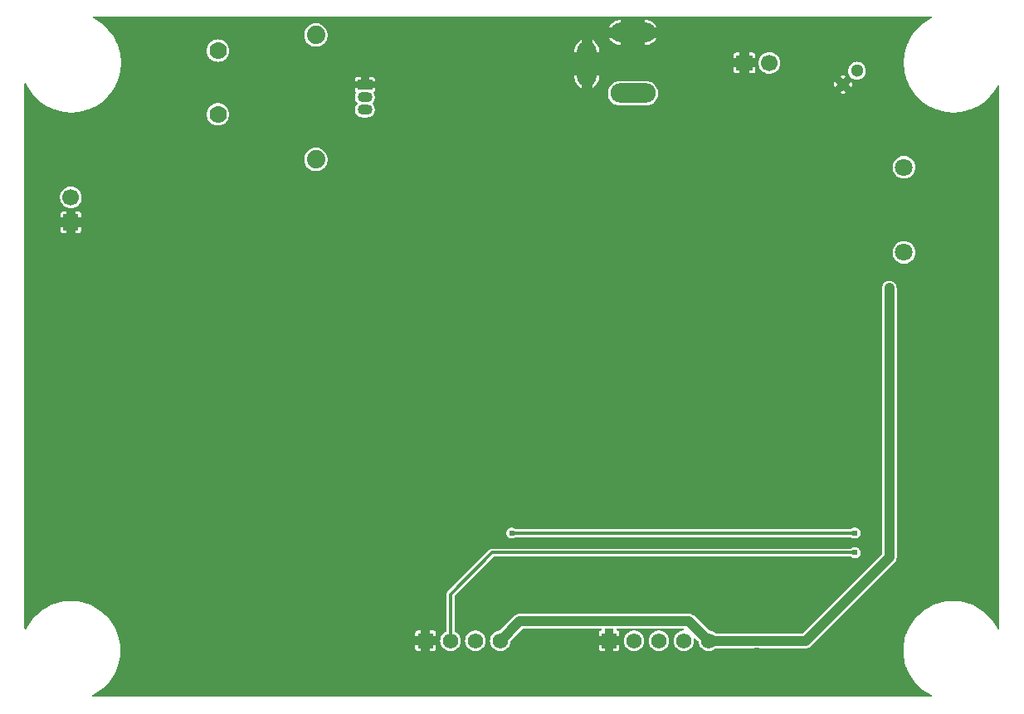
<source format=gtl>
G04 Layer: TopLayer*
G04 EasyEDA v6.5.40, 2024-04-28 19:39:01*
G04 a67cddfb3fce44daa9051d46cbbcc19f,10*
G04 Gerber Generator version 0.2*
G04 Scale: 100 percent, Rotated: No, Reflected: No *
G04 Dimensions in millimeters *
G04 leading zeros omitted , absolute positions ,4 integer and 5 decimal *
%FSLAX45Y45*%
%MOMM*%

%ADD10C,1.0000*%
%ADD11C,0.3000*%
%ADD12C,1.8000*%
%ADD13R,1.5748X1.7000*%
%ADD14C,1.7000*%
%ADD15R,1.5748X1.5748*%
%ADD16C,1.5748*%
%ADD17R,1.5000X1.0700*%
%ADD18O,1.499997X1.0700004*%
%ADD19C,1.8796*%
%ADD20C,1.7780*%
%ADD21C,1.3000*%
%ADD22R,1.7000X1.5748*%
%ADD23O,4.5999908X1.9999959999999999*%
%ADD24O,1.9999959999999999X4.5999908*%
%ADD25C,0.6200*%
%ADD26C,0.6100*%
%ADD27C,0.0103*%

%LPD*%
G36*
X726033Y25908D02*
G01*
X722172Y26670D01*
X718921Y28803D01*
X716686Y32004D01*
X715873Y35864D01*
X716534Y39674D01*
X718616Y43027D01*
X721766Y45313D01*
X725373Y46939D01*
X752805Y61722D01*
X779272Y78130D01*
X804672Y96164D01*
X828954Y115722D01*
X851916Y136702D01*
X873607Y159105D01*
X893826Y182778D01*
X912571Y207670D01*
X929741Y233629D01*
X945286Y260654D01*
X959103Y288544D01*
X971194Y317246D01*
X981506Y346659D01*
X989990Y376631D01*
X996594Y407060D01*
X1001268Y437845D01*
X1004112Y468884D01*
X1004976Y499973D01*
X1004112Y531114D01*
X1001268Y562152D01*
X996594Y592937D01*
X989990Y623366D01*
X981506Y653338D01*
X971194Y682752D01*
X959103Y711454D01*
X945286Y739343D01*
X929741Y766368D01*
X912571Y792327D01*
X893826Y817219D01*
X873607Y840892D01*
X851916Y863295D01*
X828954Y884275D01*
X804672Y903833D01*
X779272Y921867D01*
X752805Y938276D01*
X725373Y953058D01*
X697077Y966063D01*
X668070Y977341D01*
X638403Y986790D01*
X608177Y994410D01*
X577545Y1000150D01*
X546658Y1003960D01*
X515569Y1005890D01*
X484428Y1005890D01*
X453339Y1003960D01*
X422401Y1000150D01*
X391820Y994410D01*
X361594Y986790D01*
X331927Y977341D01*
X302869Y966063D01*
X274624Y953058D01*
X247192Y938276D01*
X220725Y921867D01*
X195275Y903833D01*
X171043Y884275D01*
X148031Y863295D01*
X126390Y840892D01*
X106172Y817219D01*
X87426Y792327D01*
X70256Y766368D01*
X54711Y739343D01*
X45161Y720090D01*
X42316Y716584D01*
X38252Y714705D01*
X33731Y714705D01*
X29718Y716686D01*
X26924Y720242D01*
X25908Y724611D01*
X25908Y6285687D01*
X26670Y6289548D01*
X28854Y6292850D01*
X32156Y6295034D01*
X36017Y6295847D01*
X39928Y6295085D01*
X43230Y6292900D01*
X45872Y6288532D01*
X59740Y6260642D01*
X75234Y6233617D01*
X92405Y6207658D01*
X111150Y6182766D01*
X131419Y6159093D01*
X153060Y6136690D01*
X176072Y6115710D01*
X200304Y6096152D01*
X225704Y6078118D01*
X252171Y6061710D01*
X279603Y6046927D01*
X307898Y6033922D01*
X336956Y6022644D01*
X366623Y6013196D01*
X396798Y6005576D01*
X427431Y5999835D01*
X458317Y5996025D01*
X489407Y5994095D01*
X520547Y5994095D01*
X551637Y5996025D01*
X582574Y5999835D01*
X613206Y6005576D01*
X643382Y6013196D01*
X673049Y6022644D01*
X702106Y6033922D01*
X730402Y6046927D01*
X757834Y6061710D01*
X784301Y6078118D01*
X809701Y6096152D01*
X833932Y6115710D01*
X856945Y6136690D01*
X878586Y6159093D01*
X898855Y6182766D01*
X917549Y6207658D01*
X934719Y6233617D01*
X950264Y6260642D01*
X964133Y6288532D01*
X976223Y6317234D01*
X986485Y6346647D01*
X994968Y6376619D01*
X1001572Y6407048D01*
X1006297Y6437833D01*
X1009091Y6468872D01*
X1010005Y6499961D01*
X1009091Y6531102D01*
X1006297Y6562140D01*
X1001572Y6592925D01*
X994968Y6623354D01*
X986485Y6653326D01*
X976223Y6682740D01*
X964133Y6711442D01*
X950264Y6739331D01*
X934719Y6766356D01*
X917549Y6792315D01*
X898855Y6817207D01*
X878586Y6840880D01*
X856945Y6863283D01*
X833932Y6884263D01*
X809701Y6903821D01*
X784301Y6921855D01*
X757834Y6938264D01*
X730402Y6953046D01*
X726795Y6954672D01*
X723595Y6956958D01*
X721563Y6960311D01*
X720852Y6964121D01*
X721715Y6967981D01*
X723950Y6971182D01*
X727202Y6973316D01*
X731012Y6974078D01*
X9278975Y6974078D01*
X9282785Y6973316D01*
X9286036Y6971182D01*
X9288272Y6967981D01*
X9289084Y6964121D01*
X9288424Y6960311D01*
X9286392Y6956958D01*
X9283192Y6954672D01*
X9279585Y6953046D01*
X9252153Y6938264D01*
X9225686Y6921855D01*
X9200286Y6903821D01*
X9176054Y6884263D01*
X9153042Y6863283D01*
X9131401Y6840880D01*
X9111132Y6817207D01*
X9092387Y6792315D01*
X9075216Y6766356D01*
X9059722Y6739331D01*
X9045854Y6711442D01*
X9033764Y6682740D01*
X9023451Y6653326D01*
X9015018Y6623354D01*
X9008414Y6592925D01*
X9003690Y6562140D01*
X9000896Y6531102D01*
X8999982Y6500012D01*
X9000896Y6468872D01*
X9003690Y6437833D01*
X9008414Y6407048D01*
X9015018Y6376619D01*
X9023451Y6346647D01*
X9033764Y6317234D01*
X9045854Y6288532D01*
X9059722Y6260642D01*
X9075216Y6233617D01*
X9092387Y6207658D01*
X9111132Y6182766D01*
X9131401Y6159093D01*
X9153042Y6136690D01*
X9176054Y6115710D01*
X9200286Y6096152D01*
X9225686Y6078118D01*
X9252153Y6061710D01*
X9279585Y6046927D01*
X9307880Y6033922D01*
X9336938Y6022644D01*
X9366605Y6013196D01*
X9396780Y6005576D01*
X9427413Y5999835D01*
X9458299Y5996025D01*
X9489389Y5994095D01*
X9520529Y5994095D01*
X9551619Y5996025D01*
X9582556Y5999835D01*
X9613188Y6005576D01*
X9643364Y6013196D01*
X9673031Y6022644D01*
X9702088Y6033922D01*
X9730384Y6046927D01*
X9757816Y6061710D01*
X9784283Y6078118D01*
X9809683Y6096152D01*
X9833914Y6115710D01*
X9856927Y6136690D01*
X9878568Y6159093D01*
X9898837Y6182766D01*
X9917531Y6207658D01*
X9934702Y6233617D01*
X9950246Y6260642D01*
X9954818Y6269837D01*
X9957663Y6273292D01*
X9961727Y6275222D01*
X9966248Y6275171D01*
X9970262Y6273241D01*
X9973056Y6269685D01*
X9974072Y6265316D01*
X9974072Y724611D01*
X9973056Y720191D01*
X9970262Y716686D01*
X9966248Y714705D01*
X9961727Y714654D01*
X9957663Y716584D01*
X9954818Y720090D01*
X9945268Y739343D01*
X9929723Y766368D01*
X9912553Y792327D01*
X9893808Y817219D01*
X9873589Y840892D01*
X9851898Y863295D01*
X9828936Y884275D01*
X9804654Y903833D01*
X9779254Y921867D01*
X9752787Y938276D01*
X9725355Y953058D01*
X9697059Y966063D01*
X9668052Y977341D01*
X9638385Y986790D01*
X9608159Y994410D01*
X9577527Y1000150D01*
X9546640Y1003960D01*
X9515551Y1005890D01*
X9484410Y1005890D01*
X9453321Y1003960D01*
X9422384Y1000150D01*
X9391802Y994410D01*
X9361576Y986790D01*
X9331909Y977341D01*
X9302851Y966063D01*
X9274606Y953058D01*
X9247174Y938276D01*
X9220708Y921867D01*
X9195257Y903833D01*
X9171025Y884275D01*
X9148013Y863295D01*
X9126372Y840892D01*
X9106154Y817219D01*
X9087408Y792327D01*
X9070238Y766368D01*
X9054693Y739343D01*
X9040876Y711454D01*
X9028785Y682752D01*
X9018473Y653338D01*
X9009989Y623366D01*
X9003385Y592937D01*
X8998661Y562152D01*
X8995867Y531114D01*
X8995003Y500024D01*
X8995867Y468884D01*
X8998661Y437845D01*
X9003385Y407060D01*
X9009989Y376631D01*
X9018473Y346659D01*
X9028785Y317246D01*
X9040876Y288544D01*
X9054693Y260654D01*
X9070238Y233629D01*
X9087408Y207670D01*
X9106154Y182778D01*
X9126372Y159105D01*
X9148013Y136702D01*
X9171025Y115722D01*
X9195257Y96164D01*
X9220708Y78130D01*
X9247174Y61722D01*
X9274606Y46939D01*
X9278213Y45313D01*
X9281363Y43027D01*
X9283446Y39674D01*
X9284106Y35864D01*
X9283242Y32004D01*
X9281058Y28803D01*
X9277807Y26670D01*
X9273946Y25908D01*
G37*

%LPC*%
G36*
X4040936Y495300D02*
G01*
X4073398Y495300D01*
X4073398Y554228D01*
X4014470Y554228D01*
X4014470Y521766D01*
X4015181Y515467D01*
X4017111Y509981D01*
X4020159Y505104D01*
X4024274Y500989D01*
X4029151Y497941D01*
X4034637Y496011D01*
G37*
G36*
X5913932Y495300D02*
G01*
X5946394Y495300D01*
X5946394Y554228D01*
X5887466Y554228D01*
X5887466Y521766D01*
X5888177Y515467D01*
X5890107Y509981D01*
X5893155Y505104D01*
X5897270Y500989D01*
X5902147Y497941D01*
X5907633Y496011D01*
G37*
G36*
X6037834Y495300D02*
G01*
X6070295Y495300D01*
X6076594Y496011D01*
X6082080Y497941D01*
X6086957Y500989D01*
X6091072Y505104D01*
X6094120Y509981D01*
X6096050Y515467D01*
X6096762Y521766D01*
X6096762Y554228D01*
X6037834Y554228D01*
G37*
G36*
X4164837Y495300D02*
G01*
X4197299Y495300D01*
X4203598Y496011D01*
X4209084Y497941D01*
X4213961Y500989D01*
X4218076Y505104D01*
X4221124Y509981D01*
X4223054Y515467D01*
X4223766Y521766D01*
X4223766Y554228D01*
X4164837Y554228D01*
G37*
G36*
X4627118Y495300D02*
G01*
X4640783Y496214D01*
X4654194Y498906D01*
X4667148Y503275D01*
X4679442Y509320D01*
X4690821Y516940D01*
X4701082Y525983D01*
X4710125Y536244D01*
X4717745Y547624D01*
X4723790Y559917D01*
X4728159Y572871D01*
X4730851Y586282D01*
X4731766Y599948D01*
X4730851Y613613D01*
X4728159Y627024D01*
X4723790Y639978D01*
X4717745Y652272D01*
X4710125Y663651D01*
X4701082Y673912D01*
X4690821Y682955D01*
X4679442Y690575D01*
X4667148Y696620D01*
X4654194Y700989D01*
X4640783Y703681D01*
X4627118Y704596D01*
X4613452Y703681D01*
X4600041Y700989D01*
X4587087Y696620D01*
X4574794Y690575D01*
X4563414Y682955D01*
X4553153Y673912D01*
X4544110Y663651D01*
X4536490Y652272D01*
X4530445Y639978D01*
X4526076Y627024D01*
X4523384Y613613D01*
X4522470Y599948D01*
X4523384Y586282D01*
X4526076Y572871D01*
X4530445Y559917D01*
X4536490Y547624D01*
X4544110Y536244D01*
X4553153Y525983D01*
X4563414Y516940D01*
X4574794Y509320D01*
X4587087Y503275D01*
X4600041Y498906D01*
X4613452Y496214D01*
G37*
G36*
X4373118Y495300D02*
G01*
X4386783Y496214D01*
X4400194Y498906D01*
X4413148Y503275D01*
X4425442Y509320D01*
X4436821Y516940D01*
X4447082Y525983D01*
X4456125Y536244D01*
X4463745Y547624D01*
X4469790Y559917D01*
X4474159Y572871D01*
X4476851Y586282D01*
X4477766Y599948D01*
X4476851Y613613D01*
X4474159Y627024D01*
X4469790Y639978D01*
X4463745Y652272D01*
X4456125Y663651D01*
X4447082Y673912D01*
X4436821Y682955D01*
X4425442Y690575D01*
X4419549Y693470D01*
X4416552Y695706D01*
X4414570Y698855D01*
X4413910Y702564D01*
X4413910Y1051864D01*
X4414672Y1055725D01*
X4416856Y1059027D01*
X4813808Y1455978D01*
X4817110Y1458163D01*
X4821021Y1458976D01*
X8456980Y1458976D01*
X8460587Y1458315D01*
X8463686Y1456436D01*
X8466277Y1454150D01*
X8474506Y1449070D01*
X8483447Y1445514D01*
X8492896Y1443482D01*
X8502548Y1443024D01*
X8512098Y1444294D01*
X8521293Y1447088D01*
X8529929Y1451457D01*
X8537702Y1457198D01*
X8544356Y1464157D01*
X8549741Y1472133D01*
X8553754Y1480921D01*
X8556142Y1490268D01*
X8557006Y1499870D01*
X8556142Y1509471D01*
X8553754Y1518818D01*
X8549741Y1527606D01*
X8544356Y1535582D01*
X8537702Y1542542D01*
X8529929Y1548282D01*
X8521293Y1552651D01*
X8512098Y1555445D01*
X8502548Y1556715D01*
X8492896Y1556258D01*
X8483447Y1554226D01*
X8474506Y1550670D01*
X8466277Y1545590D01*
X8463686Y1543304D01*
X8460587Y1541424D01*
X8456980Y1540764D01*
X4800346Y1540764D01*
X4791913Y1539951D01*
X4784242Y1537614D01*
X4777181Y1533855D01*
X4770577Y1528419D01*
X4344416Y1102258D01*
X4339031Y1095705D01*
X4335221Y1088644D01*
X4332935Y1080973D01*
X4332071Y1072489D01*
X4332071Y702411D01*
X4331411Y698754D01*
X4329430Y695553D01*
X4326432Y693318D01*
X4320794Y690575D01*
X4309414Y682955D01*
X4299153Y673912D01*
X4290110Y663651D01*
X4282490Y652272D01*
X4276445Y639978D01*
X4272076Y627024D01*
X4269384Y613613D01*
X4268470Y599948D01*
X4269384Y586282D01*
X4272076Y572871D01*
X4276445Y559917D01*
X4282490Y547624D01*
X4290110Y536244D01*
X4299153Y525983D01*
X4309414Y516940D01*
X4320794Y509320D01*
X4333087Y503275D01*
X4346041Y498906D01*
X4359452Y496214D01*
G37*
G36*
X4881118Y495300D02*
G01*
X4894783Y496214D01*
X4908194Y498906D01*
X4921148Y503275D01*
X4933442Y509320D01*
X4944821Y516940D01*
X4955082Y525983D01*
X4964125Y536244D01*
X4971745Y547624D01*
X4977790Y559917D01*
X4982159Y572871D01*
X4984851Y586282D01*
X4985308Y593394D01*
X4986223Y596950D01*
X4988255Y599948D01*
X5109565Y721207D01*
X5112867Y723442D01*
X5116728Y724204D01*
X5906973Y724204D01*
X5911189Y723239D01*
X5914694Y720598D01*
X5916726Y716788D01*
X5916980Y712419D01*
X5915355Y708355D01*
X5912205Y705358D01*
X5902147Y701954D01*
X5897270Y698906D01*
X5893155Y694791D01*
X5890107Y689914D01*
X5888177Y684428D01*
X5887466Y678129D01*
X5887466Y645668D01*
X5946394Y645668D01*
X5946394Y714044D01*
X5947156Y717905D01*
X5949391Y721207D01*
X5952642Y723442D01*
X5956554Y724204D01*
X6027674Y724204D01*
X6031585Y723442D01*
X6034836Y721207D01*
X6037072Y717905D01*
X6037834Y714044D01*
X6037834Y645668D01*
X6096762Y645668D01*
X6096762Y678129D01*
X6096050Y684428D01*
X6094120Y689914D01*
X6091072Y694791D01*
X6086957Y698906D01*
X6082080Y701954D01*
X6072022Y705358D01*
X6068872Y708355D01*
X6067247Y712419D01*
X6067501Y716788D01*
X6069533Y720598D01*
X6073038Y723239D01*
X6077254Y724204D01*
X6235090Y724204D01*
X6239408Y723239D01*
X6242913Y720496D01*
X6244894Y716584D01*
X6245047Y712165D01*
X6243320Y708050D01*
X6239967Y705154D01*
X6235750Y703884D01*
X6232448Y703681D01*
X6219037Y700989D01*
X6206083Y696620D01*
X6193790Y690575D01*
X6182410Y682955D01*
X6172149Y673912D01*
X6163106Y663651D01*
X6155486Y652272D01*
X6149441Y639978D01*
X6145072Y627024D01*
X6142380Y613613D01*
X6141466Y599948D01*
X6142380Y586282D01*
X6145072Y572871D01*
X6149441Y559917D01*
X6155486Y547624D01*
X6163106Y536244D01*
X6172149Y525983D01*
X6182410Y516940D01*
X6193790Y509320D01*
X6206083Y503275D01*
X6219037Y498906D01*
X6232448Y496214D01*
X6246114Y495300D01*
X6259779Y496214D01*
X6273190Y498906D01*
X6286144Y503275D01*
X6298438Y509320D01*
X6309817Y516940D01*
X6320078Y525983D01*
X6329121Y536244D01*
X6336741Y547624D01*
X6342786Y559917D01*
X6347155Y572871D01*
X6349847Y586282D01*
X6350762Y599948D01*
X6349847Y613613D01*
X6347155Y627024D01*
X6342786Y639978D01*
X6336741Y652272D01*
X6329121Y663651D01*
X6320078Y673912D01*
X6309817Y682955D01*
X6298438Y690575D01*
X6286144Y696620D01*
X6273190Y700989D01*
X6259779Y703681D01*
X6256477Y703884D01*
X6252260Y705154D01*
X6248908Y708050D01*
X6247180Y712165D01*
X6247333Y716584D01*
X6249314Y720496D01*
X6252819Y723239D01*
X6257137Y724204D01*
X6489090Y724204D01*
X6493408Y723239D01*
X6496913Y720496D01*
X6498894Y716584D01*
X6499047Y712165D01*
X6497320Y708050D01*
X6493967Y705154D01*
X6489750Y703884D01*
X6486448Y703681D01*
X6473037Y700989D01*
X6460083Y696620D01*
X6447790Y690575D01*
X6436410Y682955D01*
X6426149Y673912D01*
X6417106Y663651D01*
X6409486Y652272D01*
X6403441Y639978D01*
X6399072Y627024D01*
X6396380Y613613D01*
X6395466Y599948D01*
X6396380Y586282D01*
X6399072Y572871D01*
X6403441Y559917D01*
X6409486Y547624D01*
X6417106Y536244D01*
X6426149Y525983D01*
X6436410Y516940D01*
X6447790Y509320D01*
X6460083Y503275D01*
X6473037Y498906D01*
X6486448Y496214D01*
X6500114Y495300D01*
X6513779Y496214D01*
X6527190Y498906D01*
X6540144Y503275D01*
X6552438Y509320D01*
X6563817Y516940D01*
X6574078Y525983D01*
X6583121Y536244D01*
X6590741Y547624D01*
X6596786Y559917D01*
X6601155Y572871D01*
X6603847Y586282D01*
X6604762Y599948D01*
X6603847Y613613D01*
X6601155Y627024D01*
X6596786Y639978D01*
X6590741Y652272D01*
X6583121Y663651D01*
X6574078Y673912D01*
X6563817Y682955D01*
X6552438Y690575D01*
X6540144Y696620D01*
X6527190Y700989D01*
X6513779Y703681D01*
X6510477Y703884D01*
X6506260Y705154D01*
X6502907Y708050D01*
X6501180Y712165D01*
X6501333Y716584D01*
X6503314Y720496D01*
X6506819Y723239D01*
X6511137Y724204D01*
X6743090Y724204D01*
X6747408Y723239D01*
X6750913Y720496D01*
X6752894Y716584D01*
X6753047Y712165D01*
X6751320Y708050D01*
X6747967Y705154D01*
X6743750Y703884D01*
X6740448Y703681D01*
X6727037Y700989D01*
X6714083Y696620D01*
X6701790Y690575D01*
X6690410Y682955D01*
X6680149Y673912D01*
X6671106Y663651D01*
X6663486Y652272D01*
X6657441Y639978D01*
X6653072Y627024D01*
X6650380Y613613D01*
X6649466Y599948D01*
X6650380Y586282D01*
X6653072Y572871D01*
X6657441Y559917D01*
X6663486Y547624D01*
X6671106Y536244D01*
X6680149Y525983D01*
X6690410Y516940D01*
X6701790Y509320D01*
X6714083Y503275D01*
X6727037Y498906D01*
X6740448Y496214D01*
X6754114Y495300D01*
X6767779Y496214D01*
X6781190Y498906D01*
X6794144Y503275D01*
X6806438Y509320D01*
X6817817Y516940D01*
X6828078Y525983D01*
X6837121Y536244D01*
X6844741Y547624D01*
X6850786Y559917D01*
X6855155Y572871D01*
X6857847Y586282D01*
X6858762Y599948D01*
X6857847Y613613D01*
X6857136Y617067D01*
X6857238Y621385D01*
X6859066Y625246D01*
X6862318Y628040D01*
X6866432Y629208D01*
X6870700Y628599D01*
X6874306Y626262D01*
X6900976Y599541D01*
X6903059Y596544D01*
X6903923Y593039D01*
X6904380Y586282D01*
X6907072Y572871D01*
X6911441Y559917D01*
X6917486Y547624D01*
X6925106Y536244D01*
X6934149Y525983D01*
X6944410Y516940D01*
X6955790Y509320D01*
X6968083Y503275D01*
X6981037Y498906D01*
X6994448Y496214D01*
X7008114Y495300D01*
X7021779Y496214D01*
X7035190Y498906D01*
X7048144Y503275D01*
X7060438Y509320D01*
X7071817Y516940D01*
X7077100Y521563D01*
X7080199Y523443D01*
X7083806Y524103D01*
X8002676Y524154D01*
X8011515Y524967D01*
X8013953Y525373D01*
X8022590Y527507D01*
X8033105Y531672D01*
X8035290Y532790D01*
X8044942Y538835D01*
X8051800Y544474D01*
X8905494Y1398219D01*
X8911183Y1405077D01*
X8912606Y1407058D01*
X8917178Y1414678D01*
X8918295Y1416913D01*
X8921699Y1425092D01*
X8922461Y1427429D01*
X8924594Y1436065D01*
X8925001Y1438503D01*
X8925915Y1450086D01*
X8925915Y4199636D01*
X8925001Y4211320D01*
X8922512Y4222343D01*
X8918346Y4232910D01*
X8912656Y4242714D01*
X8905595Y4251604D01*
X8897315Y4259326D01*
X8887917Y4265726D01*
X8877706Y4270603D01*
X8866886Y4273956D01*
X8855659Y4275683D01*
X8844330Y4275683D01*
X8833104Y4273956D01*
X8822283Y4270603D01*
X8812022Y4265726D01*
X8802674Y4259326D01*
X8794343Y4251604D01*
X8787282Y4242714D01*
X8781592Y4232910D01*
X8777478Y4222343D01*
X8774938Y4211320D01*
X8774074Y4199636D01*
X8774074Y1485646D01*
X8773312Y1481734D01*
X8771077Y1478483D01*
X7971536Y678891D01*
X7968234Y676706D01*
X7964373Y675894D01*
X7083653Y675894D01*
X7080097Y676554D01*
X7076948Y678434D01*
X7071817Y682955D01*
X7060438Y690575D01*
X7048144Y696620D01*
X7035190Y700989D01*
X7021779Y703681D01*
X7014667Y704138D01*
X7011111Y705053D01*
X7008114Y707085D01*
X6859727Y855624D01*
X6852920Y861263D01*
X6850888Y862685D01*
X6841083Y868426D01*
X6830517Y872591D01*
X6821931Y874725D01*
X6819442Y875131D01*
X6810654Y875944D01*
X5078425Y875944D01*
X5069586Y875131D01*
X5067147Y874725D01*
X5058562Y872591D01*
X5056225Y871829D01*
X5047996Y868426D01*
X5045811Y867308D01*
X5036159Y861263D01*
X5029301Y855624D01*
X4880711Y707085D01*
X4877714Y705002D01*
X4874209Y704138D01*
X4867452Y703681D01*
X4854041Y700989D01*
X4841087Y696620D01*
X4828794Y690575D01*
X4817414Y682955D01*
X4807153Y673912D01*
X4798110Y663651D01*
X4790490Y652272D01*
X4784445Y639978D01*
X4780076Y627024D01*
X4777384Y613613D01*
X4776470Y599948D01*
X4777384Y586282D01*
X4780076Y572871D01*
X4784445Y559917D01*
X4790490Y547624D01*
X4798110Y536244D01*
X4807153Y525983D01*
X4817414Y516940D01*
X4828794Y509320D01*
X4841087Y503275D01*
X4854041Y498906D01*
X4867452Y496214D01*
G37*
G36*
X4164837Y645668D02*
G01*
X4223766Y645668D01*
X4223766Y678129D01*
X4223054Y684428D01*
X4221124Y689914D01*
X4218076Y694791D01*
X4213961Y698906D01*
X4209084Y701954D01*
X4203598Y703884D01*
X4197299Y704596D01*
X4164837Y704596D01*
G37*
G36*
X4014470Y645668D02*
G01*
X4073398Y645668D01*
X4073398Y704596D01*
X4040936Y704596D01*
X4034637Y703884D01*
X4029151Y701954D01*
X4024274Y698906D01*
X4020159Y694791D01*
X4017111Y689914D01*
X4015181Y684428D01*
X4014470Y678129D01*
G37*
G36*
X5002428Y1643176D02*
G01*
X5011978Y1644396D01*
X5021173Y1647240D01*
X5029809Y1651558D01*
X5037277Y1657096D01*
X5040122Y1658569D01*
X5043322Y1659077D01*
X8457031Y1659077D01*
X8460587Y1658416D01*
X8463737Y1656537D01*
X8466277Y1654302D01*
X8474506Y1649222D01*
X8483447Y1645666D01*
X8492896Y1643634D01*
X8502548Y1643176D01*
X8512098Y1644446D01*
X8521293Y1647240D01*
X8529929Y1651609D01*
X8537702Y1657350D01*
X8544356Y1664309D01*
X8549741Y1672285D01*
X8553754Y1681073D01*
X8556142Y1690420D01*
X8557006Y1700022D01*
X8556142Y1709623D01*
X8553754Y1718970D01*
X8549741Y1727758D01*
X8544356Y1735734D01*
X8537702Y1742693D01*
X8529929Y1748434D01*
X8521293Y1752803D01*
X8512098Y1755597D01*
X8502548Y1756867D01*
X8492896Y1756410D01*
X8483447Y1754378D01*
X8474506Y1750822D01*
X8466277Y1745742D01*
X8463686Y1743456D01*
X8460536Y1741576D01*
X8456980Y1740916D01*
X5043322Y1740916D01*
X5040122Y1741424D01*
X5037277Y1742897D01*
X5029809Y1748434D01*
X5021173Y1752752D01*
X5011978Y1755597D01*
X5002428Y1756816D01*
X4992776Y1756410D01*
X4983327Y1754378D01*
X4974386Y1750771D01*
X4966157Y1745742D01*
X4958943Y1739341D01*
X4952847Y1731822D01*
X4948174Y1723440D01*
X4944973Y1714347D01*
X4943348Y1704797D01*
X4943348Y1695196D01*
X4944973Y1685645D01*
X4948174Y1676552D01*
X4952847Y1668170D01*
X4958943Y1660652D01*
X4966157Y1654251D01*
X4974386Y1649222D01*
X4983327Y1645615D01*
X4992776Y1643583D01*
G37*
G36*
X8999982Y4449114D02*
G01*
X9014510Y4450029D01*
X9028785Y4452721D01*
X9042654Y4457242D01*
X9055811Y4463440D01*
X9068104Y4471212D01*
X9079331Y4480509D01*
X9089288Y4491126D01*
X9097822Y4502912D01*
X9104833Y4515662D01*
X9110218Y4529175D01*
X9113824Y4543247D01*
X9115653Y4557725D01*
X9115653Y4572254D01*
X9113824Y4586681D01*
X9110218Y4600803D01*
X9104833Y4614316D01*
X9097822Y4627067D01*
X9089288Y4638852D01*
X9079331Y4649470D01*
X9068104Y4658715D01*
X9055811Y4666538D01*
X9042654Y4672736D01*
X9028785Y4677206D01*
X9014510Y4679950D01*
X8999982Y4680864D01*
X8985453Y4679950D01*
X8971178Y4677206D01*
X8957310Y4672736D01*
X8944152Y4666538D01*
X8931859Y4658715D01*
X8920632Y4649470D01*
X8910675Y4638852D01*
X8902141Y4627067D01*
X8895130Y4614316D01*
X8889746Y4600803D01*
X8886139Y4586681D01*
X8884310Y4572254D01*
X8884310Y4557725D01*
X8886139Y4543247D01*
X8889746Y4529175D01*
X8895130Y4515662D01*
X8902141Y4502912D01*
X8910675Y4491126D01*
X8920632Y4480509D01*
X8931859Y4471212D01*
X8944152Y4463440D01*
X8957310Y4457242D01*
X8971178Y4452721D01*
X8985453Y4450029D01*
G37*
G36*
X421944Y4762093D02*
G01*
X454406Y4762093D01*
X454406Y4824120D01*
X395478Y4824120D01*
X395478Y4788560D01*
X396189Y4782261D01*
X398119Y4776774D01*
X401167Y4771898D01*
X405282Y4767783D01*
X410159Y4764684D01*
X415645Y4762804D01*
G37*
G36*
X545846Y4762093D02*
G01*
X578307Y4762093D01*
X584606Y4762804D01*
X590092Y4764684D01*
X594969Y4767783D01*
X599084Y4771898D01*
X602132Y4776774D01*
X604062Y4782261D01*
X604774Y4788560D01*
X604774Y4824120D01*
X545846Y4824120D01*
G37*
G36*
X545846Y4921859D02*
G01*
X604774Y4921859D01*
X604774Y4957419D01*
X604062Y4963718D01*
X602132Y4969205D01*
X599084Y4974082D01*
X594969Y4978196D01*
X590092Y4981295D01*
X584606Y4983175D01*
X578307Y4983886D01*
X545846Y4983886D01*
G37*
G36*
X395478Y4921859D02*
G01*
X454406Y4921859D01*
X454406Y4983886D01*
X421944Y4983886D01*
X415645Y4983175D01*
X410159Y4981295D01*
X405282Y4978196D01*
X401167Y4974082D01*
X398119Y4969205D01*
X396189Y4963718D01*
X395478Y4957419D01*
G37*
G36*
X493014Y5016347D02*
G01*
X507238Y5016347D01*
X521309Y5018125D01*
X535076Y5021732D01*
X548233Y5027066D01*
X560628Y5034076D01*
X572008Y5042560D01*
X582218Y5052415D01*
X591058Y5063540D01*
X598424Y5075682D01*
X604215Y5088686D01*
X608228Y5102301D01*
X610514Y5116322D01*
X610971Y5130546D01*
X609600Y5144668D01*
X606450Y5158536D01*
X601522Y5171897D01*
X594969Y5184495D01*
X586841Y5196128D01*
X577291Y5206644D01*
X566470Y5215839D01*
X554532Y5223611D01*
X541731Y5229758D01*
X528269Y5234228D01*
X514299Y5236972D01*
X500126Y5237886D01*
X485952Y5236972D01*
X471982Y5234228D01*
X458520Y5229758D01*
X445719Y5223611D01*
X433781Y5215839D01*
X422960Y5206644D01*
X413410Y5196128D01*
X405282Y5184495D01*
X398729Y5171897D01*
X393801Y5158536D01*
X390652Y5144668D01*
X389280Y5130546D01*
X389737Y5116322D01*
X392023Y5102301D01*
X396087Y5088686D01*
X401828Y5075682D01*
X409194Y5063540D01*
X418033Y5052415D01*
X428243Y5042560D01*
X439623Y5034076D01*
X452018Y5027066D01*
X465175Y5021732D01*
X478942Y5018125D01*
G37*
G36*
X8999982Y5319115D02*
G01*
X9014510Y5320030D01*
X9028785Y5322773D01*
X9042654Y5327243D01*
X9055811Y5333441D01*
X9068104Y5341264D01*
X9079331Y5350510D01*
X9089288Y5361127D01*
X9097822Y5372912D01*
X9104833Y5385663D01*
X9110218Y5399176D01*
X9113824Y5413298D01*
X9115653Y5427726D01*
X9115653Y5442254D01*
X9113824Y5456732D01*
X9110218Y5470804D01*
X9104833Y5484317D01*
X9097822Y5497068D01*
X9089288Y5508853D01*
X9079331Y5519470D01*
X9068104Y5528767D01*
X9055811Y5536539D01*
X9042654Y5542737D01*
X9028785Y5547258D01*
X9014510Y5549950D01*
X8999982Y5550865D01*
X8985453Y5549950D01*
X8971178Y5547258D01*
X8957310Y5542737D01*
X8944152Y5536539D01*
X8931859Y5528767D01*
X8920632Y5519470D01*
X8910675Y5508853D01*
X8902141Y5497068D01*
X8895130Y5484317D01*
X8889746Y5470804D01*
X8886139Y5456732D01*
X8884310Y5442254D01*
X8884310Y5427726D01*
X8886139Y5413298D01*
X8889746Y5399176D01*
X8895130Y5385663D01*
X8902141Y5372912D01*
X8910675Y5361127D01*
X8920632Y5350510D01*
X8931859Y5341264D01*
X8944152Y5333441D01*
X8957310Y5327243D01*
X8971178Y5322773D01*
X8985453Y5320030D01*
G37*
G36*
X2992628Y5395366D02*
G01*
X3007360Y5395366D01*
X3022041Y5397144D01*
X3036316Y5400751D01*
X3050082Y5406085D01*
X3063087Y5413095D01*
X3075127Y5421579D01*
X3086049Y5431536D01*
X3095650Y5442762D01*
X3103778Y5455056D01*
X3110382Y5468264D01*
X3115310Y5482183D01*
X3118459Y5496610D01*
X3119831Y5511292D01*
X3119374Y5526024D01*
X3117088Y5540654D01*
X3113024Y5554827D01*
X3107283Y5568442D01*
X3099917Y5581192D01*
X3091027Y5592978D01*
X3080766Y5603595D01*
X3069234Y5612841D01*
X3056686Y5620613D01*
X3043275Y5626760D01*
X3029254Y5631230D01*
X3014726Y5633923D01*
X2999994Y5634837D01*
X2985262Y5633923D01*
X2970733Y5631230D01*
X2956712Y5626760D01*
X2943301Y5620613D01*
X2930753Y5612841D01*
X2919222Y5603595D01*
X2908960Y5592978D01*
X2900070Y5581192D01*
X2892704Y5568442D01*
X2886964Y5554827D01*
X2882900Y5540654D01*
X2880614Y5526024D01*
X2880207Y5511292D01*
X2881528Y5496610D01*
X2884678Y5482183D01*
X2889605Y5468264D01*
X2896209Y5455056D01*
X2904337Y5442762D01*
X2913938Y5431536D01*
X2924860Y5421579D01*
X2936900Y5413095D01*
X2949905Y5406085D01*
X2963672Y5400751D01*
X2977946Y5397144D01*
G37*
G36*
X1999996Y5860084D02*
G01*
X2014372Y5860999D01*
X2028545Y5863691D01*
X2042261Y5868162D01*
X2055317Y5874258D01*
X2067458Y5881979D01*
X2078583Y5891174D01*
X2088438Y5901690D01*
X2096922Y5913374D01*
X2103882Y5925972D01*
X2109165Y5939383D01*
X2112772Y5953353D01*
X2114550Y5967679D01*
X2114550Y5982055D01*
X2112772Y5996381D01*
X2109165Y6010351D01*
X2103882Y6023762D01*
X2096922Y6036360D01*
X2088438Y6048044D01*
X2078583Y6058560D01*
X2067458Y6067755D01*
X2055317Y6075476D01*
X2042261Y6081572D01*
X2028545Y6086043D01*
X2014372Y6088735D01*
X1999996Y6089650D01*
X1985619Y6088735D01*
X1971446Y6086043D01*
X1957730Y6081572D01*
X1944674Y6075476D01*
X1932533Y6067755D01*
X1921408Y6058560D01*
X1911553Y6048044D01*
X1903069Y6036360D01*
X1896110Y6023762D01*
X1890826Y6010351D01*
X1887220Y5996381D01*
X1885442Y5982055D01*
X1885442Y5967679D01*
X1887220Y5953353D01*
X1890826Y5939383D01*
X1896110Y5925972D01*
X1903069Y5913374D01*
X1911553Y5901690D01*
X1921408Y5891174D01*
X1932533Y5881979D01*
X1944674Y5874258D01*
X1957730Y5868162D01*
X1971446Y5863691D01*
X1985619Y5860999D01*
G37*
G36*
X3478885Y5943600D02*
G01*
X3521100Y5943600D01*
X3533343Y5944514D01*
X3544874Y5947156D01*
X3555949Y5951474D01*
X3566210Y5957417D01*
X3575507Y5964783D01*
X3583533Y5973521D01*
X3590239Y5983325D01*
X3595370Y5993993D01*
X3598875Y6005322D01*
X3600653Y6017056D01*
X3600653Y6028944D01*
X3598875Y6040678D01*
X3595370Y6052007D01*
X3590239Y6062675D01*
X3583533Y6072479D01*
X3576980Y6079591D01*
X3574948Y6082792D01*
X3574237Y6086500D01*
X3574948Y6090208D01*
X3576980Y6093409D01*
X3583533Y6100521D01*
X3590239Y6110325D01*
X3595370Y6120993D01*
X3598875Y6132322D01*
X3600653Y6144056D01*
X3600653Y6155944D01*
X3598875Y6167678D01*
X3595370Y6179007D01*
X3588359Y6193485D01*
X3588105Y6196990D01*
X3589020Y6200343D01*
X3591051Y6203188D01*
X3595217Y6207404D01*
X3598265Y6212281D01*
X3600196Y6217767D01*
X3600907Y6224066D01*
X3600907Y6243878D01*
X3543858Y6243878D01*
X3543858Y6238646D01*
X3542995Y6234582D01*
X3540607Y6231229D01*
X3537051Y6229045D01*
X3532936Y6228537D01*
X3521100Y6229400D01*
X3478885Y6229400D01*
X3467049Y6228537D01*
X3462934Y6229045D01*
X3459378Y6231229D01*
X3456990Y6234582D01*
X3456127Y6238646D01*
X3456127Y6243878D01*
X3399078Y6243878D01*
X3399078Y6224066D01*
X3399790Y6217767D01*
X3401720Y6212281D01*
X3404768Y6207404D01*
X3408984Y6203188D01*
X3410965Y6200343D01*
X3411880Y6196990D01*
X3411626Y6193485D01*
X3404615Y6179007D01*
X3401110Y6167678D01*
X3399332Y6155944D01*
X3399332Y6144056D01*
X3401110Y6132322D01*
X3404615Y6120993D01*
X3409746Y6110325D01*
X3416452Y6100521D01*
X3423005Y6093409D01*
X3425037Y6090208D01*
X3425748Y6086500D01*
X3425037Y6082792D01*
X3423005Y6079591D01*
X3416452Y6072479D01*
X3409746Y6062675D01*
X3404615Y6052007D01*
X3401110Y6040678D01*
X3399332Y6028944D01*
X3399332Y6017056D01*
X3401110Y6005322D01*
X3404615Y5993993D01*
X3409746Y5983325D01*
X3416452Y5973521D01*
X3424478Y5964783D01*
X3433775Y5957417D01*
X3444036Y5951474D01*
X3455111Y5947156D01*
X3466642Y5944514D01*
G37*
G36*
X6105296Y6064097D02*
G01*
X6364681Y6064097D01*
X6380175Y6065012D01*
X6395110Y6067755D01*
X6409639Y6072276D01*
X6423507Y6078524D01*
X6436512Y6086398D01*
X6448450Y6095796D01*
X6459220Y6106515D01*
X6468618Y6118504D01*
X6476441Y6131509D01*
X6482689Y6145377D01*
X6487210Y6159855D01*
X6489954Y6174841D01*
X6490868Y6189980D01*
X6489954Y6205169D01*
X6487210Y6220155D01*
X6482689Y6234633D01*
X6476441Y6248501D01*
X6468618Y6261506D01*
X6459220Y6273495D01*
X6448450Y6284214D01*
X6436512Y6293612D01*
X6423507Y6301486D01*
X6409639Y6307734D01*
X6395110Y6312255D01*
X6380175Y6314998D01*
X6364681Y6315913D01*
X6105296Y6315913D01*
X6089802Y6314998D01*
X6074867Y6312255D01*
X6060338Y6307734D01*
X6046470Y6301486D01*
X6033465Y6293612D01*
X6021527Y6284214D01*
X6010757Y6273495D01*
X6001359Y6261506D01*
X5993536Y6248501D01*
X5987288Y6234633D01*
X5982766Y6220155D01*
X5980023Y6205169D01*
X5979109Y6189980D01*
X5980023Y6174841D01*
X5982766Y6159855D01*
X5987288Y6145377D01*
X5993536Y6131509D01*
X6001359Y6118504D01*
X6010757Y6106515D01*
X6021527Y6095796D01*
X6033465Y6086398D01*
X6046470Y6078524D01*
X6060338Y6072276D01*
X6074867Y6067755D01*
X6089802Y6065012D01*
G37*
G36*
X8384031Y6188506D02*
G01*
X8396630Y6190081D01*
X8408873Y6193332D01*
X8409838Y6193790D01*
X8379256Y6224320D01*
X8348725Y6193790D01*
X8358835Y6190742D01*
X8371331Y6188760D01*
G37*
G36*
X5708650Y6247536D02*
G01*
X5708650Y6368643D01*
X5639054Y6368643D01*
X5639054Y6360261D01*
X5640019Y6344818D01*
X5642762Y6329832D01*
X5647283Y6315303D01*
X5653481Y6301486D01*
X5661355Y6288481D01*
X5670753Y6276492D01*
X5681472Y6265722D01*
X5693460Y6256375D01*
X5706465Y6248501D01*
G37*
G36*
X5821324Y6247536D02*
G01*
X5823458Y6248501D01*
X5836462Y6256375D01*
X5848451Y6265722D01*
X5859221Y6276492D01*
X5868568Y6288481D01*
X5876442Y6301486D01*
X5882690Y6315303D01*
X5887212Y6329832D01*
X5889955Y6344818D01*
X5890869Y6360261D01*
X5890869Y6368643D01*
X5821324Y6368643D01*
G37*
G36*
X8293811Y6248755D02*
G01*
X8324342Y6279286D01*
X8293760Y6309868D01*
X8290052Y6296609D01*
X8288528Y6284061D01*
X8288731Y6271361D01*
X8290712Y6258814D01*
G37*
G36*
X8464651Y6248806D02*
G01*
X8467039Y6255766D01*
X8469477Y6268212D01*
X8470138Y6280861D01*
X8469020Y6293510D01*
X8466175Y6305854D01*
X8464702Y6309766D01*
X8434222Y6279286D01*
G37*
G36*
X3399078Y6310122D02*
G01*
X3456127Y6310122D01*
X3456127Y6356400D01*
X3425545Y6356400D01*
X3419246Y6355689D01*
X3413760Y6353759D01*
X3408883Y6350711D01*
X3404768Y6346596D01*
X3401720Y6341719D01*
X3399790Y6336233D01*
X3399078Y6329934D01*
G37*
G36*
X3543858Y6310122D02*
G01*
X3600907Y6310122D01*
X3600907Y6329934D01*
X3600196Y6336233D01*
X3598265Y6341719D01*
X3595217Y6346596D01*
X3591102Y6350711D01*
X3586226Y6353759D01*
X3580739Y6355689D01*
X3574440Y6356400D01*
X3543858Y6356400D01*
G37*
G36*
X8525459Y6329934D02*
G01*
X8538006Y6331508D01*
X8550300Y6334760D01*
X8561933Y6339738D01*
X8572804Y6346240D01*
X8582660Y6354216D01*
X8591296Y6363512D01*
X8598611Y6373876D01*
X8604351Y6385204D01*
X8608466Y6397193D01*
X8610904Y6409639D01*
X8611565Y6422288D01*
X8610447Y6434937D01*
X8607602Y6447282D01*
X8603081Y6459118D01*
X8596934Y6470192D01*
X8589264Y6480302D01*
X8580323Y6489293D01*
X8570163Y6496913D01*
X8559088Y6503060D01*
X8547252Y6507632D01*
X8534908Y6510477D01*
X8522258Y6511594D01*
X8509609Y6510883D01*
X8497163Y6508496D01*
X8485174Y6504381D01*
X8473897Y6498590D01*
X8463483Y6491325D01*
X8454237Y6482689D01*
X8446262Y6472834D01*
X8439708Y6461963D01*
X8434781Y6450279D01*
X8431479Y6438036D01*
X8429955Y6425438D01*
X8430158Y6412788D01*
X8432139Y6400241D01*
X8435848Y6388150D01*
X8441182Y6376670D01*
X8448344Y6365748D01*
X8456422Y6356451D01*
X8465972Y6348120D01*
X8476640Y6341211D01*
X8488121Y6335877D01*
X8500262Y6332169D01*
X8512759Y6330188D01*
G37*
G36*
X8379256Y6334201D02*
G01*
X8409736Y6364681D01*
X8405825Y6366205D01*
X8393480Y6369050D01*
X8380831Y6370167D01*
X8368182Y6369507D01*
X8355736Y6367068D01*
X8348827Y6364681D01*
G37*
G36*
X7630515Y6389166D02*
G01*
X7644688Y6390538D01*
X7658557Y6393688D01*
X7671866Y6398615D01*
X7684465Y6405168D01*
X7696098Y6413296D01*
X7706664Y6422847D01*
X7715859Y6433667D01*
X7723581Y6445554D01*
X7729778Y6458356D01*
X7734249Y6471869D01*
X7736941Y6485788D01*
X7737856Y6499961D01*
X7736941Y6514185D01*
X7734249Y6528104D01*
X7729778Y6541617D01*
X7723581Y6554419D01*
X7715859Y6566306D01*
X7706664Y6577126D01*
X7696098Y6586677D01*
X7684465Y6594805D01*
X7671866Y6601358D01*
X7658557Y6606286D01*
X7644688Y6609435D01*
X7630515Y6610807D01*
X7616342Y6610350D01*
X7602321Y6608114D01*
X7588707Y6604050D01*
X7575702Y6598310D01*
X7563561Y6590944D01*
X7552436Y6582054D01*
X7542530Y6571843D01*
X7534046Y6560464D01*
X7527086Y6548120D01*
X7521752Y6534912D01*
X7518146Y6521196D01*
X7516317Y6507073D01*
X7516317Y6492900D01*
X7518146Y6478778D01*
X7521752Y6465062D01*
X7527086Y6451854D01*
X7534046Y6439509D01*
X7542530Y6428130D01*
X7552436Y6417919D01*
X7563561Y6409029D01*
X7575702Y6401663D01*
X7588707Y6395923D01*
X7602321Y6391859D01*
X7616342Y6389624D01*
G37*
G36*
X7288580Y6395313D02*
G01*
X7324140Y6395313D01*
X7324140Y6454241D01*
X7262063Y6454241D01*
X7262063Y6421831D01*
X7262774Y6415481D01*
X7264704Y6410045D01*
X7267803Y6405118D01*
X7271867Y6401054D01*
X7276795Y6397955D01*
X7282230Y6396075D01*
G37*
G36*
X7421829Y6395313D02*
G01*
X7457389Y6395313D01*
X7463739Y6396075D01*
X7469174Y6397955D01*
X7474102Y6401054D01*
X7478166Y6405118D01*
X7481265Y6410045D01*
X7483195Y6415481D01*
X7483906Y6421831D01*
X7483906Y6454241D01*
X7421829Y6454241D01*
G37*
G36*
X1999996Y6510324D02*
G01*
X2014372Y6511239D01*
X2028545Y6513931D01*
X2042261Y6518402D01*
X2055317Y6524498D01*
X2067458Y6532219D01*
X2078583Y6541414D01*
X2088438Y6551930D01*
X2096922Y6563614D01*
X2103882Y6576212D01*
X2109165Y6589623D01*
X2112772Y6603593D01*
X2114550Y6617919D01*
X2114550Y6632295D01*
X2112772Y6646621D01*
X2109165Y6660591D01*
X2103882Y6674002D01*
X2096922Y6686600D01*
X2088438Y6698284D01*
X2078583Y6708800D01*
X2067458Y6717995D01*
X2055317Y6725716D01*
X2042261Y6731812D01*
X2028545Y6736283D01*
X2014372Y6738975D01*
X1999996Y6739890D01*
X1985619Y6738975D01*
X1971446Y6736283D01*
X1957730Y6731812D01*
X1944674Y6725716D01*
X1932533Y6717995D01*
X1921408Y6708800D01*
X1911553Y6698284D01*
X1903069Y6686600D01*
X1896110Y6674002D01*
X1890826Y6660591D01*
X1887220Y6646621D01*
X1885442Y6632295D01*
X1885442Y6617919D01*
X1887220Y6603593D01*
X1890826Y6589623D01*
X1896110Y6576212D01*
X1903069Y6563614D01*
X1911553Y6551930D01*
X1921408Y6541414D01*
X1932533Y6532219D01*
X1944674Y6524498D01*
X1957730Y6518402D01*
X1971446Y6513931D01*
X1985619Y6511239D01*
G37*
G36*
X7421829Y6545681D02*
G01*
X7483906Y6545681D01*
X7483906Y6578142D01*
X7483195Y6584492D01*
X7481265Y6589928D01*
X7478166Y6594856D01*
X7474102Y6598920D01*
X7469174Y6602018D01*
X7463739Y6603898D01*
X7457389Y6604609D01*
X7421829Y6604609D01*
G37*
G36*
X7262063Y6545681D02*
G01*
X7324140Y6545681D01*
X7324140Y6604609D01*
X7288580Y6604609D01*
X7282230Y6603898D01*
X7276795Y6602018D01*
X7271867Y6598920D01*
X7267803Y6594856D01*
X7264704Y6589928D01*
X7262774Y6584492D01*
X7262063Y6578142D01*
G37*
G36*
X5639054Y6611315D02*
G01*
X5708650Y6611315D01*
X5708650Y6732422D01*
X5706465Y6731457D01*
X5693460Y6723583D01*
X5681472Y6714185D01*
X5670753Y6703466D01*
X5661355Y6691477D01*
X5653481Y6678472D01*
X5647283Y6664604D01*
X5642762Y6650075D01*
X5640019Y6635140D01*
X5639054Y6619646D01*
G37*
G36*
X5821324Y6611315D02*
G01*
X5890869Y6611315D01*
X5890869Y6619646D01*
X5889955Y6635140D01*
X5887212Y6650075D01*
X5882690Y6664604D01*
X5876442Y6678472D01*
X5868568Y6691477D01*
X5859221Y6703466D01*
X5848451Y6714185D01*
X5836462Y6723583D01*
X5823458Y6731457D01*
X5821324Y6732422D01*
G37*
G36*
X2992628Y6665366D02*
G01*
X3007360Y6665366D01*
X3022041Y6667144D01*
X3036316Y6670751D01*
X3050082Y6676085D01*
X3063087Y6683095D01*
X3075127Y6691579D01*
X3086049Y6701536D01*
X3095650Y6712762D01*
X3103778Y6725056D01*
X3110382Y6738264D01*
X3115310Y6752183D01*
X3118459Y6766610D01*
X3119831Y6781292D01*
X3119374Y6796024D01*
X3117088Y6810654D01*
X3113024Y6824827D01*
X3107283Y6838442D01*
X3099917Y6851192D01*
X3091027Y6862978D01*
X3080766Y6873595D01*
X3069234Y6882841D01*
X3056686Y6890613D01*
X3043275Y6896760D01*
X3029254Y6901230D01*
X3014726Y6903923D01*
X2999994Y6904837D01*
X2985262Y6903923D01*
X2970733Y6901230D01*
X2956712Y6896760D01*
X2943301Y6890613D01*
X2930753Y6882841D01*
X2919222Y6873595D01*
X2908960Y6862978D01*
X2900070Y6851192D01*
X2892704Y6838442D01*
X2886964Y6824827D01*
X2882900Y6810654D01*
X2880614Y6796024D01*
X2880207Y6781292D01*
X2881528Y6766610D01*
X2884678Y6752183D01*
X2889605Y6738264D01*
X2896209Y6725056D01*
X2904337Y6712762D01*
X2913938Y6701536D01*
X2924860Y6691579D01*
X2936900Y6683095D01*
X2949905Y6676085D01*
X2963672Y6670751D01*
X2977946Y6667144D01*
G37*
G36*
X6356350Y6684060D02*
G01*
X6364681Y6684060D01*
X6380175Y6685025D01*
X6395110Y6687769D01*
X6409639Y6692290D01*
X6423507Y6698488D01*
X6436512Y6706362D01*
X6448501Y6715759D01*
X6459220Y6726478D01*
X6468618Y6738467D01*
X6476492Y6751472D01*
X6477457Y6753606D01*
X6356350Y6753606D01*
G37*
G36*
X6105296Y6684060D02*
G01*
X6113627Y6684060D01*
X6113627Y6753606D01*
X5992571Y6753606D01*
X5993536Y6751472D01*
X6001410Y6738467D01*
X6010757Y6726478D01*
X6021527Y6715759D01*
X6033465Y6706362D01*
X6046520Y6698488D01*
X6060338Y6692290D01*
X6074867Y6687769D01*
X6089802Y6685025D01*
G37*
G36*
X6356350Y6866331D02*
G01*
X6477457Y6866331D01*
X6476492Y6868464D01*
X6468618Y6881469D01*
X6459220Y6893458D01*
X6448501Y6904228D01*
X6436512Y6913575D01*
X6423507Y6921449D01*
X6409639Y6927697D01*
X6395110Y6932218D01*
X6380175Y6934962D01*
X6364681Y6935876D01*
X6356350Y6935876D01*
G37*
G36*
X5992571Y6866331D02*
G01*
X6113627Y6866331D01*
X6113627Y6935876D01*
X6105296Y6935876D01*
X6089802Y6934962D01*
X6074867Y6932218D01*
X6060338Y6927697D01*
X6046520Y6921449D01*
X6033465Y6913575D01*
X6021527Y6904228D01*
X6010757Y6893458D01*
X6001410Y6881469D01*
X5993536Y6868464D01*
G37*

%LPD*%
D10*
X4880990Y599998D02*
G01*
X5081092Y800100D01*
X5362508Y800100D01*
X7007859Y599947D02*
G01*
X6807961Y800100D01*
X5299963Y800100D01*
X7007981Y600001D02*
G01*
X8000011Y600001D01*
X8049996Y649986D01*
D11*
X8500107Y1700019D02*
G01*
X8500084Y1699996D01*
X4999990Y1699996D01*
X8500109Y1499870D02*
G01*
X4799863Y1499870D01*
X4372990Y1072997D01*
X4372990Y599998D01*
D10*
X8049996Y649986D02*
G01*
X8049996Y650008D01*
X8278352Y878365D01*
X8849982Y3699992D02*
G01*
X8849982Y1449997D01*
X8249983Y849998D01*
X8849982Y4199991D02*
G01*
X8849982Y3699992D01*
D12*
G01*
X8999981Y4564989D03*
G01*
X8999981Y5434990D03*
D13*
G01*
X500126Y4872989D03*
D14*
G01*
X500126Y5126989D03*
D15*
G01*
X4119118Y599947D03*
D16*
G01*
X4373118Y599947D03*
G01*
X4627118Y599947D03*
G01*
X4881118Y599947D03*
G01*
X7008113Y599947D03*
G01*
X6754113Y599947D03*
G01*
X6500113Y599947D03*
G01*
X6246113Y599947D03*
D15*
G01*
X5992113Y599947D03*
D17*
G01*
X3499993Y6276987D03*
D18*
G01*
X3499993Y6149987D03*
G01*
X3499993Y6022987D03*
D19*
G01*
X2999993Y5514987D03*
G01*
X2999993Y6784987D03*
D20*
G01*
X1999995Y6625107D03*
G01*
X1999995Y5974867D03*
D21*
G01*
X8520704Y6420700D03*
G01*
X8379282Y6279281D03*
D22*
G01*
X7372997Y6499974D03*
D14*
G01*
X7626997Y6499974D03*
D23*
G01*
X6234988Y6190005D03*
G01*
X6235014Y6809968D03*
D24*
G01*
X5764987Y6489979D03*
D25*
G01*
X7499984Y899998D03*
G01*
X6999986Y899998D03*
G01*
X7499984Y499998D03*
G01*
X7499984Y1349997D03*
G01*
X7749984Y1349997D03*
G01*
X8849982Y4199991D03*
G01*
X8849982Y3699992D03*
G01*
X8049983Y674999D03*
G01*
X7999984Y1349997D03*
G01*
X8249983Y1349997D03*
G01*
X8500109Y1499870D03*
G01*
X8500109Y1700021D03*
G01*
X4999990Y1699996D03*
G01*
X4499990Y999997D03*
G01*
X9749980Y1499996D03*
D26*
G01*
X107205Y5892777D03*
G01*
X107205Y4892779D03*
G01*
X107205Y3892781D03*
G01*
X107205Y2892783D03*
G01*
X107205Y1892785D03*
G01*
X1107203Y6892775D03*
G01*
X1107203Y5892777D03*
G01*
X1107203Y4892779D03*
G01*
X1107203Y3892781D03*
G01*
X1107203Y2892783D03*
G01*
X1107203Y1892785D03*
G01*
X1107203Y892787D03*
G01*
X2107201Y6892775D03*
G01*
X2107201Y4892779D03*
G01*
X2107201Y3892781D03*
G01*
X2107201Y2892783D03*
G01*
X2107201Y1892785D03*
G01*
X2107201Y892787D03*
G01*
X3107199Y5892777D03*
G01*
X3107199Y4892779D03*
G01*
X3107199Y3892781D03*
G01*
X3107199Y2892783D03*
G01*
X3107199Y1892785D03*
G01*
X3107199Y892787D03*
G01*
X4107197Y6892775D03*
G01*
X4107197Y4892779D03*
G01*
X4107197Y3892781D03*
G01*
X4107197Y2892783D03*
G01*
X4107197Y1892785D03*
G01*
X4107197Y892787D03*
G01*
X5107195Y6892775D03*
G01*
X5107195Y5892777D03*
G01*
X5107195Y4892779D03*
G01*
X6107193Y5892777D03*
G01*
X6107193Y4892779D03*
G01*
X7107191Y6892775D03*
G01*
X7107191Y5892777D03*
G01*
X7107191Y4892779D03*
G01*
X7107191Y892787D03*
G01*
X8107189Y6892775D03*
G01*
X8107189Y5892777D03*
G01*
X8107189Y4892779D03*
G01*
X9107187Y4892779D03*
M02*

</source>
